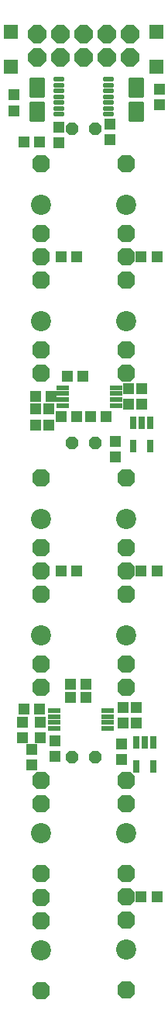
<source format=gbr>
%TF.GenerationSoftware,KiCad,Pcbnew,(6.0.11-0)*%
%TF.CreationDate,2023-05-02T23:36:09+02:00*%
%TF.ProjectId,links,6c696e6b-732e-46b6-9963-61645f706362,rev?*%
%TF.SameCoordinates,Original*%
%TF.FileFunction,Soldermask,Top*%
%TF.FilePolarity,Negative*%
%FSLAX46Y46*%
G04 Gerber Fmt 4.6, Leading zero omitted, Abs format (unit mm)*
G04 Created by KiCad (PCBNEW (6.0.11-0)) date 2023-05-02 23:36:09*
%MOMM*%
%LPD*%
G01*
G04 APERTURE LIST*
G04 Aperture macros list*
%AMRoundRect*
0 Rectangle with rounded corners*
0 $1 Rounding radius*
0 $2 $3 $4 $5 $6 $7 $8 $9 X,Y pos of 4 corners*
0 Add a 4 corners polygon primitive as box body*
4,1,4,$2,$3,$4,$5,$6,$7,$8,$9,$2,$3,0*
0 Add four circle primitives for the rounded corners*
1,1,$1+$1,$2,$3*
1,1,$1+$1,$4,$5*
1,1,$1+$1,$6,$7*
1,1,$1+$1,$8,$9*
0 Add four rect primitives between the rounded corners*
20,1,$1+$1,$2,$3,$4,$5,0*
20,1,$1+$1,$4,$5,$6,$7,0*
20,1,$1+$1,$6,$7,$8,$9,0*
20,1,$1+$1,$8,$9,$2,$3,0*%
%AMFreePoly0*
4,1,25,0.438258,0.998173,0.443160,0.993682,0.993682,0.443160,1.015710,0.395919,1.016000,0.389278,1.016000,-0.389278,0.998173,-0.438258,0.993682,-0.443160,0.443160,-0.993682,0.395919,-1.015710,0.389278,-1.016000,-0.389278,-1.016000,-0.438258,-0.998173,-0.443160,-0.993682,-0.993682,-0.443160,-1.015710,-0.395919,-1.016000,-0.389278,-1.016000,0.389278,-0.998173,0.438258,-0.993682,0.443160,
-0.443160,0.993682,-0.395919,1.015710,-0.389278,1.016000,0.389278,1.016000,0.438258,0.998173,0.438258,0.998173,$1*%
%AMFreePoly1*
4,1,25,0.301485,0.667973,0.306387,0.663482,0.663482,0.306387,0.685510,0.259146,0.685800,0.252505,0.685800,-0.252505,0.667973,-0.301485,0.663482,-0.306387,0.306387,-0.663482,0.259146,-0.685510,0.252505,-0.685800,-0.252505,-0.685800,-0.301485,-0.667973,-0.306387,-0.663482,-0.663482,-0.306387,-0.685510,-0.259146,-0.685800,-0.252505,-0.685800,0.252505,-0.667973,0.301485,-0.663482,0.306387,
-0.306387,0.663482,-0.259146,0.685510,-0.252505,0.685800,0.252505,0.685800,0.301485,0.667973,0.301485,0.667973,$1*%
%AMFreePoly2*
4,1,25,0.417216,0.947373,0.422118,0.942882,0.942882,0.422118,0.964910,0.374877,0.965200,0.368236,0.965200,-0.368236,0.947373,-0.417216,0.942882,-0.422118,0.422118,-0.942882,0.374877,-0.964910,0.368236,-0.965200,-0.368236,-0.965200,-0.417216,-0.947373,-0.422118,-0.942882,-0.942882,-0.422118,-0.964910,-0.374877,-0.965200,-0.368236,-0.965200,0.368236,-0.947373,0.417216,-0.942882,0.422118,
-0.422118,0.942882,-0.374877,0.964910,-0.368236,0.965200,0.368236,0.965200,0.417216,0.947373,0.417216,0.947373,$1*%
G04 Aperture macros list end*
%ADD10FreePoly0,-0.000000*%
%ADD11RoundRect,0.076200X0.500000X0.550000X-0.500000X0.550000X-0.500000X-0.550000X0.500000X-0.550000X0*%
%ADD12RoundRect,0.076200X-0.750000X1.000000X-0.750000X-1.000000X0.750000X-1.000000X0.750000X1.000000X0*%
%ADD13RoundRect,0.076200X0.500000X-0.550000X0.500000X0.550000X-0.500000X0.550000X-0.500000X-0.550000X0*%
%ADD14RoundRect,0.076200X-0.700000X0.700000X-0.700000X-0.700000X0.700000X-0.700000X0.700000X0.700000X0*%
%ADD15RoundRect,0.076200X0.700000X-0.700000X0.700000X0.700000X-0.700000X0.700000X-0.700000X-0.700000X0*%
%ADD16FreePoly1,180.000000*%
%ADD17RoundRect,0.076200X-0.495300X0.152400X-0.495300X-0.152400X0.495300X-0.152400X0.495300X0.152400X0*%
%ADD18RoundRect,0.076200X-0.550000X0.500000X-0.550000X-0.500000X0.550000X-0.500000X0.550000X0.500000X0*%
%ADD19RoundRect,0.076200X0.550000X-0.500000X0.550000X0.500000X-0.550000X0.500000X-0.550000X-0.500000X0*%
%ADD20RoundRect,0.076200X-0.500000X-0.550000X0.500000X-0.550000X0.500000X0.550000X-0.500000X0.550000X0*%
%ADD21RoundRect,0.076200X-0.600000X0.175000X-0.600000X-0.175000X0.600000X-0.175000X0.600000X0.175000X0*%
%ADD22RoundRect,0.076200X0.550000X0.500000X-0.550000X0.500000X-0.550000X-0.500000X0.550000X-0.500000X0*%
%ADD23RoundRect,0.076200X0.300000X0.600000X-0.300000X0.600000X-0.300000X-0.600000X0.300000X-0.600000X0*%
%ADD24C,2.200000*%
%ADD25FreePoly2,0.000000*%
%ADD26FreePoly2,180.000000*%
G04 APERTURE END LIST*
D10*
%TO.C,JP1*%
X153591100Y-55552950D03*
X153591100Y-53012950D03*
X151051100Y-55552950D03*
X151051100Y-53012950D03*
X148511100Y-55552950D03*
X148511100Y-53012950D03*
X145971100Y-55552950D03*
X145971100Y-53012950D03*
X143431100Y-55552950D03*
X143431100Y-53012950D03*
%TD*%
D11*
%TO.C,R5*%
X154804900Y-77301750D03*
X156504900Y-77301750D03*
%TD*%
D12*
%TO.C,C1*%
X143431100Y-61456750D03*
X143431100Y-58856750D03*
%TD*%
%TO.C,C2*%
X154226100Y-61456750D03*
X154226100Y-58856750D03*
%TD*%
D13*
%TO.C,C4*%
X156766100Y-58989250D03*
X156766100Y-60689250D03*
%TD*%
%TO.C,C3*%
X140891100Y-59624250D03*
X140891100Y-61324250D03*
%TD*%
D14*
%TO.C,D2*%
X156448600Y-56500450D03*
X156448600Y-52700450D03*
%TD*%
D15*
%TO.C,D1*%
X140573600Y-52700450D03*
X140573600Y-56500450D03*
%TD*%
D16*
%TO.C,LED1*%
X147241100Y-63331750D03*
X149781100Y-63331750D03*
%TD*%
%TO.C,LED2*%
X147241100Y-97621750D03*
X149781100Y-97621750D03*
%TD*%
D17*
%TO.C,IC1*%
X151228900Y-61744250D03*
X151228900Y-61109250D03*
X151228900Y-60474250D03*
X151228900Y-59839250D03*
X151228900Y-59204250D03*
X151228900Y-58569250D03*
X151228900Y-57934250D03*
X145793300Y-61744250D03*
X145793300Y-61109250D03*
X145793300Y-60474250D03*
X145793300Y-59839250D03*
X145793300Y-59204250D03*
X145793300Y-58569250D03*
X145793300Y-57934250D03*
%TD*%
D18*
%TO.C,R2*%
X151368600Y-64499250D03*
X151368600Y-62799250D03*
%TD*%
D11*
%TO.C,R4*%
X146073600Y-77301750D03*
X147773600Y-77301750D03*
%TD*%
D19*
%TO.C,R3*%
X145812400Y-63116750D03*
X145812400Y-64816750D03*
%TD*%
D20*
%TO.C,R1*%
X143646100Y-64760550D03*
X141946100Y-64760550D03*
%TD*%
D21*
%TO.C,IC2*%
X152071100Y-91566750D03*
X152071100Y-92216750D03*
X152071100Y-92866750D03*
X152071100Y-93516750D03*
X146221100Y-93516750D03*
X146221100Y-92866750D03*
X146221100Y-92216750D03*
X146221100Y-91566750D03*
%TD*%
D19*
%TO.C,R9*%
X144701100Y-93914250D03*
X144701100Y-95614250D03*
%TD*%
%TO.C,R8*%
X143272400Y-93914250D03*
X143272400Y-95614250D03*
%TD*%
%TO.C,R7*%
X154861100Y-91691750D03*
X154861100Y-93391750D03*
%TD*%
D11*
%TO.C,R12*%
X146073600Y-111591750D03*
X147773600Y-111591750D03*
%TD*%
D18*
%TO.C,R11*%
X152003600Y-99106650D03*
X152003600Y-97406650D03*
%TD*%
D20*
%TO.C,R13*%
X156504800Y-111591750D03*
X154804800Y-111591750D03*
%TD*%
D21*
%TO.C,IC4*%
X151118600Y-126809250D03*
X151118600Y-127459250D03*
X151118600Y-128109250D03*
X151118600Y-128759250D03*
X145268600Y-128759250D03*
X145268600Y-128109250D03*
X145268600Y-127459250D03*
X145268600Y-126809250D03*
%TD*%
D22*
%TO.C,C5*%
X146708600Y-90319250D03*
X148408600Y-90319250D03*
%TD*%
%TO.C,C7*%
X146073600Y-94764250D03*
X147773600Y-94764250D03*
%TD*%
D13*
%TO.C,C6*%
X153432400Y-91691750D03*
X153432400Y-93391750D03*
%TD*%
D11*
%TO.C,R6*%
X143216100Y-92541750D03*
X144916100Y-92541750D03*
%TD*%
D20*
%TO.C,R10*%
X150948600Y-94764250D03*
X149248600Y-94764250D03*
%TD*%
D16*
%TO.C,LED3*%
X147241100Y-131911750D03*
X149781100Y-131911750D03*
%TD*%
D19*
%TO.C,R17*%
X141843600Y-128045450D03*
X141843600Y-129745450D03*
%TD*%
%TO.C,R20*%
X142796100Y-131061750D03*
X142796100Y-132761750D03*
%TD*%
%TO.C,R16*%
X154226100Y-126457950D03*
X154226100Y-128157950D03*
%TD*%
%TO.C,R18*%
X143748500Y-128045450D03*
X143748500Y-129745450D03*
%TD*%
D18*
%TO.C,R19*%
X152638600Y-132126750D03*
X152638600Y-130426750D03*
%TD*%
D11*
%TO.C,R21*%
X154804900Y-147151750D03*
X156504900Y-147151750D03*
%TD*%
D13*
%TO.C,C9*%
X152797400Y-126457950D03*
X152797400Y-128157950D03*
%TD*%
D11*
%TO.C,R15*%
X141946100Y-126673050D03*
X143646100Y-126673050D03*
%TD*%
D20*
%TO.C,R14*%
X148726100Y-125402950D03*
X147026100Y-125402950D03*
%TD*%
D23*
%TO.C,IC3*%
X153911100Y-95363150D03*
X154861100Y-95363150D03*
X155811100Y-95363150D03*
X153911100Y-97975150D03*
X155811100Y-97975150D03*
%TD*%
%TO.C,IC5*%
X154228600Y-130288250D03*
X155178600Y-130288250D03*
X156128600Y-130288250D03*
X154228600Y-132900250D03*
X156128600Y-132900250D03*
%TD*%
D22*
%TO.C,C8*%
X147026100Y-123974250D03*
X148726100Y-123974250D03*
%TD*%
D13*
%TO.C,C10*%
X145336100Y-130109250D03*
X145336100Y-131809250D03*
%TD*%
D24*
%TO.C,J1*%
X143828000Y-71586750D03*
D25*
X143828000Y-77301750D03*
X143828000Y-67141750D03*
X143828000Y-74761750D03*
%TD*%
D24*
%TO.C,J4*%
X153194300Y-84286750D03*
D25*
X153194300Y-90001750D03*
X153194300Y-79841750D03*
X153194300Y-87461750D03*
%TD*%
D24*
%TO.C,J2*%
X153194300Y-71586750D03*
D25*
X153194300Y-77301750D03*
X153194300Y-67141750D03*
X153194300Y-74761750D03*
%TD*%
D24*
%TO.C,J3*%
X143828000Y-84286750D03*
D25*
X143828000Y-90001750D03*
X143828000Y-79841750D03*
X143828000Y-87461750D03*
%TD*%
D24*
%TO.C,J8*%
X153194200Y-118576750D03*
D25*
X153194200Y-124291750D03*
X153194200Y-114131750D03*
X153194200Y-121751750D03*
%TD*%
D24*
%TO.C,J7*%
X143828000Y-118576750D03*
D25*
X143828000Y-124291750D03*
X143828000Y-114131750D03*
X143828000Y-121751750D03*
%TD*%
D24*
%TO.C,J5*%
X143827900Y-105876750D03*
D25*
X143827900Y-111591750D03*
X143827900Y-101431750D03*
X143827900Y-109051750D03*
%TD*%
D24*
%TO.C,J6*%
X153194100Y-105876750D03*
D25*
X153194100Y-111591750D03*
X153194100Y-101431750D03*
X153194100Y-109051750D03*
%TD*%
D24*
%TO.C,J12*%
X153194300Y-152866750D03*
D26*
X153194300Y-147151750D03*
X153194300Y-157311750D03*
X153194300Y-149691750D03*
%TD*%
D24*
%TO.C,J9*%
X143827900Y-140166750D03*
D26*
X143827900Y-134451750D03*
X143827900Y-144611750D03*
X143827900Y-136991750D03*
%TD*%
D24*
%TO.C,J10*%
X153194300Y-140166750D03*
D26*
X153194300Y-134451750D03*
X153194300Y-144611750D03*
X153194300Y-136991750D03*
%TD*%
D24*
%TO.C,J11*%
X143828000Y-152946150D03*
D26*
X143828000Y-147231150D03*
X143828000Y-157391150D03*
X143828000Y-149771150D03*
%TD*%
M02*

</source>
